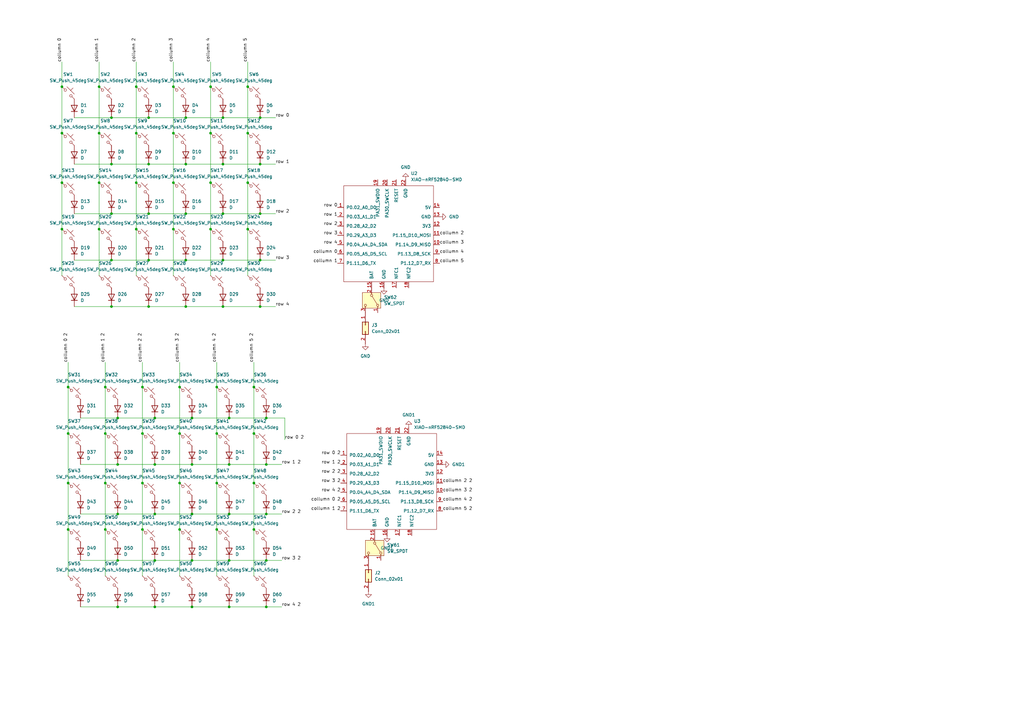
<source format=kicad_sch>
(kicad_sch (version 20250114) (generator "eeschema") (generator_version "9.0")
  (paper "A3")
  (junction (at 71.12 74.93))
  (junction (at 109.22 190.5))
  (junction (at 43.18 198.12))
  (junction (at 73.66 158.75))
  (junction (at 45.72 106.68))
  (junction (at 76.2 87.63))
  (junction (at 78.74 248.92))
  (junction (at 63.5 229.87))
  (junction (at 43.18 158.75))
  (junction (at 93.98 171.45))
  (junction (at 43.18 177.8))
  (junction (at 25.4 54.61))
  (junction (at 27.94 158.75))
  (junction (at 71.12 54.61))
  (junction (at 71.12 93.98))
  (junction (at 91.44 67.31))
  (junction (at 40.64 35.56))
  (junction (at 55.88 93.98))
  (junction (at 104.14 177.8))
  (junction (at 58.42 158.75))
  (junction (at 58.42 217.17))
  (junction (at 76.2 67.31))
  (junction (at 86.36 35.56))
  (junction (at 60.96 106.68))
  (junction (at 63.5 190.5))
  (junction (at 88.9 158.75))
  (junction (at 63.5 171.45))
  (junction (at 71.12 35.56))
  (junction (at 86.36 54.61))
  (junction (at 43.18 217.17))
  (junction (at 55.88 35.56))
  (junction (at 76.2 48.26))
  (junction (at 101.6 74.93))
  (junction (at 27.94 217.17))
  (junction (at 101.6 54.61))
  (junction (at 104.14 198.12))
  (junction (at 48.26 248.92))
  (junction (at 55.88 54.61))
  (junction (at 55.88 74.93))
  (junction (at 101.6 35.56))
  (junction (at 27.94 198.12))
  (junction (at 86.36 93.98))
  (junction (at 109.22 171.45))
  (junction (at 45.72 67.31))
  (junction (at 63.5 248.92))
  (junction (at 48.26 210.82))
  (junction (at 25.4 35.56))
  (junction (at 109.22 229.87))
  (junction (at 60.96 67.31))
  (junction (at 91.44 106.68))
  (junction (at 93.98 248.92))
  (junction (at 78.74 171.45))
  (junction (at 58.42 198.12))
  (junction (at 106.68 106.68))
  (junction (at 93.98 190.5))
  (junction (at 40.64 93.98))
  (junction (at 48.26 171.45))
  (junction (at 60.96 125.73))
  (junction (at 27.94 177.8))
  (junction (at 40.64 54.61))
  (junction (at 91.44 87.63))
  (junction (at 48.26 229.87))
  (junction (at 88.9 177.8))
  (junction (at 104.14 217.17))
  (junction (at 73.66 198.12))
  (junction (at 106.68 67.31))
  (junction (at 88.9 198.12))
  (junction (at 109.22 210.82))
  (junction (at 76.2 125.73))
  (junction (at 58.42 177.8))
  (junction (at 106.68 87.63))
  (junction (at 60.96 48.26))
  (junction (at 76.2 106.68))
  (junction (at 106.68 125.73))
  (junction (at 63.5 210.82))
  (junction (at 25.4 74.93))
  (junction (at 73.66 177.8))
  (junction (at 86.36 74.93))
  (junction (at 91.44 125.73))
  (junction (at 104.14 158.75))
  (junction (at 78.74 190.5))
  (junction (at 78.74 229.87))
  (junction (at 73.66 217.17))
  (junction (at 93.98 229.87))
  (junction (at 109.22 248.92))
  (junction (at 93.98 210.82))
  (junction (at 40.64 74.93))
  (junction (at 25.4 93.98))
  (junction (at 78.74 210.82))
  (junction (at 48.26 190.5))
  (junction (at 101.6 93.98))
  (junction (at 91.44 48.26))
  (junction (at 45.72 48.26))
  (junction (at 106.68 48.26))
  (junction (at 88.9 217.17))
  (junction (at 45.72 87.63))
  (junction (at 45.72 125.73))
  (junction (at 60.96 87.63))
  (wire (pts (xy 88.9 177.8) (xy 88.9 198.12)))
  (wire (pts (xy 76.2 87.63) (xy 91.44 87.63)))
  (wire (pts (xy 48.26 229.87) (xy 63.5 229.87)))
  (wire (pts (xy 113.03 67.31) (xy 106.68 67.31)))
  (wire (pts (xy 104.14 217.17) (xy 104.14 236.22)))
  (wire (pts (xy 27.94 217.17) (xy 27.94 236.22)))
  (wire (pts (xy 60.96 87.63) (xy 76.2 87.63)))
  (wire (pts (xy 78.74 210.82) (xy 93.98 210.82)))
  (wire (pts (xy 88.9 198.12) (xy 88.9 217.17)))
  (wire (pts (xy 33.02 210.82) (xy 48.26 210.82)))
  (wire (pts (xy 45.72 125.73) (xy 60.96 125.73)))
  (wire (pts (xy 73.66 217.17) (xy 73.66 236.22)))
  (wire (pts (xy 55.88 35.56) (xy 55.88 54.61)))
  (wire (pts (xy 113.03 106.68) (xy 106.68 106.68)))
  (wire (pts (xy 25.4 25.4) (xy 25.4 35.56)))
  (wire (pts (xy 101.6 74.93) (xy 101.6 93.98)))
  (wire (pts (xy 104.14 198.12) (xy 104.14 217.17)))
  (wire (pts (xy 106.68 125.73) (xy 113.03 125.73)))
  (wire (pts (xy 91.44 106.68) (xy 106.68 106.68)))
  (wire (pts (xy 30.48 87.63) (xy 45.72 87.63)))
  (wire (pts (xy 106.68 48.26) (xy 113.03 48.26)))
  (wire (pts (xy 55.88 25.4) (xy 55.88 35.56)))
  (wire (pts (xy 116.84 180.34) (xy 116.84 171.45)))
  (wire (pts (xy 27.94 177.8) (xy 27.94 198.12)))
  (wire (pts (xy 27.94 158.75) (xy 27.94 177.8)))
  (wire (pts (xy 115.57 210.82) (xy 109.22 210.82)))
  (wire (pts (xy 58.42 177.8) (xy 58.42 198.12)))
  (wire (pts (xy 60.96 67.31) (xy 76.2 67.31)))
  (wire (pts (xy 33.02 171.45) (xy 48.26 171.45)))
  (wire (pts (xy 93.98 210.82) (xy 109.22 210.82)))
  (wire (pts (xy 30.48 48.26) (xy 45.72 48.26)))
  (wire (pts (xy 40.64 25.4) (xy 40.64 35.56)))
  (wire (pts (xy 101.6 25.4) (xy 101.6 35.56)))
  (wire (pts (xy 63.5 210.82) (xy 78.74 210.82)))
  (wire (pts (xy 78.74 190.5) (xy 93.98 190.5)))
  (wire (pts (xy 76.2 67.31) (xy 91.44 67.31)))
  (wire (pts (xy 86.36 25.4) (xy 86.36 35.56)))
  (wire (pts (xy 30.48 106.68) (xy 45.72 106.68)))
  (wire (pts (xy 43.18 158.75) (xy 43.18 177.8)))
  (wire (pts (xy 73.66 177.8) (xy 73.66 198.12)))
  (wire (pts (xy 78.74 229.87) (xy 93.98 229.87)))
  (wire (pts (xy 71.12 25.4) (xy 71.12 35.56)))
  (wire (pts (xy 78.74 171.45) (xy 93.98 171.45)))
  (wire (pts (xy 58.42 217.17) (xy 58.42 236.22)))
  (wire (pts (xy 73.66 158.75) (xy 73.66 177.8)))
  (wire (pts (xy 115.57 190.5) (xy 109.22 190.5)))
  (wire (pts (xy 76.2 125.73) (xy 91.44 125.73)))
  (wire (pts (xy 43.18 177.8) (xy 43.18 198.12)))
  (wire (pts (xy 58.42 148.59) (xy 58.42 158.75)))
  (wire (pts (xy 40.64 35.56) (xy 40.64 54.61)))
  (wire (pts (xy 78.74 248.92) (xy 93.98 248.92)))
  (wire (pts (xy 63.5 229.87) (xy 78.74 229.87)))
  (wire (pts (xy 71.12 74.93) (xy 71.12 93.98)))
  (wire (pts (xy 86.36 35.56) (xy 86.36 54.61)))
  (wire (pts (xy 30.48 67.31) (xy 45.72 67.31)))
  (wire (pts (xy 73.66 148.59) (xy 73.66 158.75)))
  (wire (pts (xy 116.84 171.45) (xy 109.22 171.45)))
  (wire (pts (xy 63.5 248.92) (xy 78.74 248.92)))
  (wire (pts (xy 91.44 125.73) (xy 106.68 125.73)))
  (wire (pts (xy 91.44 87.63) (xy 106.68 87.63)))
  (wire (pts (xy 104.14 177.8) (xy 104.14 198.12)))
  (wire (pts (xy 33.02 190.5) (xy 48.26 190.5)))
  (wire (pts (xy 25.4 35.56) (xy 25.4 54.61)))
  (wire (pts (xy 43.18 148.59) (xy 43.18 158.75)))
  (wire (pts (xy 55.88 74.93) (xy 55.88 93.98)))
  (wire (pts (xy 63.5 190.5) (xy 78.74 190.5)))
  (wire (pts (xy 88.9 158.75) (xy 88.9 177.8)))
  (wire (pts (xy 86.36 93.98) (xy 86.36 113.03)))
  (wire (pts (xy 109.22 248.92) (xy 115.57 248.92)))
  (wire (pts (xy 93.98 229.87) (xy 109.22 229.87)))
  (wire (pts (xy 71.12 35.56) (xy 71.12 54.61)))
  (wire (pts (xy 101.6 54.61) (xy 101.6 74.93)))
  (wire (pts (xy 88.9 217.17) (xy 88.9 236.22)))
  (wire (pts (xy 27.94 198.12) (xy 27.94 217.17)))
  (wire (pts (xy 58.42 158.75) (xy 58.42 177.8)))
  (wire (pts (xy 58.42 198.12) (xy 58.42 217.17)))
  (wire (pts (xy 55.88 54.61) (xy 55.88 74.93)))
  (wire (pts (xy 76.2 106.68) (xy 91.44 106.68)))
  (wire (pts (xy 60.96 125.73) (xy 76.2 125.73)))
  (wire (pts (xy 45.72 87.63) (xy 60.96 87.63)))
  (wire (pts (xy 40.64 54.61) (xy 40.64 74.93)))
  (wire (pts (xy 71.12 54.61) (xy 71.12 74.93)))
  (wire (pts (xy 45.72 106.68) (xy 60.96 106.68)))
  (wire (pts (xy 55.88 93.98) (xy 55.88 113.03)))
  (wire (pts (xy 48.26 190.5) (xy 63.5 190.5)))
  (wire (pts (xy 27.94 148.59) (xy 27.94 158.75)))
  (wire (pts (xy 60.96 106.68) (xy 76.2 106.68)))
  (wire (pts (xy 43.18 217.17) (xy 43.18 236.22)))
  (wire (pts (xy 104.14 158.75) (xy 104.14 177.8)))
  (wire (pts (xy 86.36 74.93) (xy 86.36 93.98)))
  (wire (pts (xy 40.64 74.93) (xy 40.64 93.98)))
  (wire (pts (xy 91.44 67.31) (xy 106.68 67.31)))
  (wire (pts (xy 25.4 93.98) (xy 25.4 113.03)))
  (wire (pts (xy 63.5 171.45) (xy 78.74 171.45)))
  (wire (pts (xy 91.44 48.26) (xy 106.68 48.26)))
  (wire (pts (xy 88.9 148.59) (xy 88.9 158.75)))
  (wire (pts (xy 25.4 74.93) (xy 25.4 93.98)))
  (wire (pts (xy 48.26 171.45) (xy 63.5 171.45)))
  (wire (pts (xy 48.26 248.92) (xy 63.5 248.92)))
  (wire (pts (xy 101.6 93.98) (xy 101.6 113.03)))
  (wire (pts (xy 45.72 67.31) (xy 60.96 67.31)))
  (wire (pts (xy 48.26 210.82) (xy 63.5 210.82)))
  (wire (pts (xy 30.48 125.73) (xy 45.72 125.73)))
  (wire (pts (xy 25.4 54.61) (xy 25.4 74.93)))
  (wire (pts (xy 33.02 248.92) (xy 48.26 248.92)))
  (wire (pts (xy 104.14 148.59) (xy 104.14 158.75)))
  (wire (pts (xy 86.36 54.61) (xy 86.36 74.93)))
  (wire (pts (xy 93.98 171.45) (xy 109.22 171.45)))
  (wire (pts (xy 93.98 190.5) (xy 109.22 190.5)))
  (wire (pts (xy 40.64 93.98) (xy 40.64 113.03)))
  (wire (pts (xy 43.18 198.12) (xy 43.18 217.17)))
  (wire (pts (xy 76.2 48.26) (xy 91.44 48.26)))
  (wire (pts (xy 71.12 93.98) (xy 71.12 113.03)))
  (wire (pts (xy 73.66 198.12) (xy 73.66 217.17)))
  (wire (pts (xy 45.72 48.26) (xy 60.96 48.26)))
  (wire (pts (xy 113.03 87.63) (xy 106.68 87.63)))
  (wire (pts (xy 115.57 229.87) (xy 109.22 229.87)))
  (wire (pts (xy 60.96 48.26) (xy 76.2 48.26)))
  (wire (pts (xy 101.6 35.56) (xy 101.6 54.61)))
  (wire (pts (xy 93.98 248.92) (xy 109.22 248.92)))
  (wire (pts (xy 33.02 229.87) (xy 48.26 229.87)))
  (label "collumn 5 2" (at 104.14 148.59 90))
  (label "row 0 2" (at 139.7 186.69 180))
  (label "collumn 4" (at 180.34 104.14 0))
  (label "row 0 2" (at 116.84 180.34 0))
  (label "collumn 1 2" (at 139.7 209.55 180))
  (label "collumn 2 2" (at 58.42 148.59 90))
  (label "collumn 1" (at 40.64 25.4 90))
  (label "row 3 2" (at 115.57 229.87 0))
  (label "collumn 5 2" (at 181.61 209.55 0))
  (label "collumn 3" (at 71.12 25.4 90))
  (label "collumn 4" (at 86.36 25.4 90))
  (label "row 3" (at 113.03 106.68 0))
  (label "collumn 1" (at 138.43 107.95 180))
  (label "row 4" (at 138.43 100.33 180))
  (label "row 0" (at 138.43 85.09 180))
  (label "collumn 2" (at 55.88 25.4 90))
  (label "row 4 2" (at 115.57 248.92 0))
  (label "row 3" (at 138.43 96.52 180))
  (label "collumn 5" (at 101.6 25.4 90))
  (label "row 3 2" (at 139.7 198.12 180))
  (label "collumn 4 2" (at 181.61 205.74 0))
  (label "row 4 2" (at 139.7 201.93 180))
  (label "collumn 2" (at 180.34 96.52 0))
  (label "row 0" (at 113.03 48.26 0))
  (label "collumn 1 2" (at 43.18 148.59 90))
  (label "row 2 2" (at 115.57 210.82 0))
  (label "collumn 2 2" (at 181.61 198.12 0))
  (label "row 2" (at 113.03 87.63 0))
  (label "collumn 3" (at 180.34 100.33 0))
  (label "row 2 2" (at 139.7 194.31 180))
  (label "row 1 2" (at 139.7 190.5 180))
  (label "collumn 0 2" (at 139.7 205.74 180))
  (label "collumn 0" (at 138.43 104.14 180))
  (label "collumn 4 2" (at 88.9 148.59 90))
  (label "row 2" (at 138.43 92.71 180))
  (label "collumn 0" (at 25.4 25.4 90))
  (label "row 1" (at 138.43 88.9 180))
  (label "collumn 5" (at 180.34 107.95 0))
  (label "row 1" (at 113.03 67.31 0))
  (label "collumn 3 2" (at 73.66 148.59 90))
  (label "collumn 3 2" (at 181.61 201.93 0))
  (label "row 4" (at 113.03 125.73 0))
  (label "row 1 2" (at 115.57 190.5 0))
  (label "collumn 0 2" (at 27.94 148.59 90))
  (symbol (lib_id "Switch:SW_Push_45deg") (at 91.44 200.66 0) (unit 1)
    (property "Reference" "SW47" (at 91.44 193.04 0))
    (property "Value" "SW_Push_45deg" (at 91.44 195.58 0))
    (property "Footprint" "ScottoKeebs_Hotswap:Hotswap_Choc_V1_1.00u" (effects (hide yes)))
    (property "Description" "Push button switch, normally open, two pins, 45° tilted" (effects (hide yes)))
  )
  (symbol (lib_id "Switch:SW_Push_45deg") (at 45.72 200.66 0) (unit 1)
    (property "Reference" "SW44" (at 45.72 193.04 0))
    (property "Value" "SW_Push_45deg" (at 45.72 195.58 0))
    (property "Footprint" "ScottoKeebs_Hotswap:Hotswap_Choc_V1_1.00u" (effects (hide yes)))
    (property "Description" "Push button switch, normally open, two pins, 45° tilted" (effects (hide yes)))
  )
  (symbol (lib_id "Seeed_Studio_XIAO_Series:XIAO-nRF52840-SMD") (at 161.29 198.12 0) (unit 1)
    (property "Reference" "U3" (at 169.7833 172.72 0) (effects (justify left)))
    (property "Value" "XIAO-nRF52840-SMD" (at 169.7833 175.26 0) (effects (justify left)))
    (property "Footprint" "XIAO-:XIAO-nRF52840-SMD" (effects (hide yes)))
  )
  (symbol (lib_id "Switch:SW_Push_45deg") (at 27.94 57.15 0) (unit 1)
    (property "Reference" "SW7" (at 27.94 49.53 0))
    (property "Value" "SW_Push_45deg" (at 27.94 52.07 0))
    (property "Footprint" "ScottoKeebs_Hotswap:Hotswap_Choc_V1_1.00u" (effects (hide yes)))
    (property "Description" "Push button switch, normally open, two pins, 45° tilted" (effects (hide yes)))
  )
  (symbol (lib_id "Switch:SW_Push_45deg") (at 76.2 219.71 0) (unit 1)
    (property "Reference" "SW52" (at 76.2 212.09 0))
    (property "Value" "SW_Push_45deg" (at 76.2 214.63 0))
    (property "Footprint" "ScottoKeebs_Hotswap:Hotswap_Choc_V1_1.00u" (effects (hide yes)))
    (property "Description" "Push button switch, normally open, two pins, 45° tilted" (effects (hide yes)))
  )
  (symbol (lib_id "Switch:SW_Push_45deg") (at 60.96 200.66 0) (unit 1)
    (property "Reference" "SW45" (at 60.96 193.04 0))
    (property "Value" "SW_Push_45deg" (at 60.96 195.58 0))
    (property "Footprint" "ScottoKeebs_Hotswap:Hotswap_Choc_V1_1.00u" (effects (hide yes)))
    (property "Description" "Push button switch, normally open, two pins, 45° tilted" (effects (hide yes)))
  )
  (symbol (lib_id "Device:D") (at 63.5 245.11 90) (unit 1)
    (property "Reference" "D57" (at 66.04 243.8399 90) (effects (justify right)))
    (property "Value" "D" (at 66.04 246.3799 90) (effects (justify right)))
    (property "Footprint" "Diode_SMD:D_SOD-123" (effects (hide yes)))
    (property "Description" "Diode" (effects (hide yes)))
    (property "Sim.Device" "D" (effects (hide yes)))
    (property "Sim.Pins" "1=K 2=A" (effects (hide yes)))
  )
  (symbol (lib_id "Device:D") (at 33.02 186.69 90) (unit 1)
    (property "Reference" "D37" (at 35.56 185.4199 90) (effects (justify right)))
    (property "Value" "D" (at 35.56 187.9599 90) (effects (justify right)))
    (property "Footprint" "Diode_SMD:D_SOD-123" (effects (hide yes)))
    (property "Description" "Diode" (effects (hide yes)))
    (property "Sim.Device" "D" (effects (hide yes)))
    (property "Sim.Pins" "1=K 2=A" (effects (hide yes)))
  )
  (symbol (lib_id "Device:D") (at 106.68 83.82 90) (unit 1)
    (property "Reference" "D18" (at 109.22 82.5499 90) (effects (justify right)))
    (property "Value" "D" (at 109.22 85.0899 90) (effects (justify right)))
    (property "Footprint" "Diode_SMD:D_SOD-123" (effects (hide yes)))
    (property "Description" "Diode" (effects (hide yes)))
    (property "Sim.Device" "D" (effects (hide yes)))
    (property "Sim.Pins" "1=K 2=A" (effects (hide yes)))
  )
  (symbol (lib_id "Switch:SW_Push_45deg") (at 106.68 180.34 0) (unit 1)
    (property "Reference" "SW42" (at 106.68 172.72 0))
    (property "Value" "SW_Push_45deg" (at 106.68 175.26 0))
    (property "Footprint" "ScottoKeebs_Hotswap:Hotswap_Choc_V1_1.00u" (effects (hide yes)))
    (property "Description" "Push button switch, normally open, two pins, 45° tilted" (effects (hide yes)))
  )
  (symbol (lib_id "Device:D") (at 30.48 44.45 90) (unit 1)
    (property "Reference" "D1" (at 33.02 43.1799 90) (effects (justify right)))
    (property "Value" "D" (at 33.02 45.7199 90) (effects (justify right)))
    (property "Footprint" "Diode_SMD:D_SOD-123" (effects (hide yes)))
    (property "Description" "Diode" (effects (hide yes)))
    (property "Sim.Device" "D" (effects (hide yes)))
    (property "Sim.Pins" "1=K 2=A" (effects (hide yes)))
  )
  (symbol (lib_id "Device:D") (at 76.2 44.45 90) (unit 1)
    (property "Reference" "D4" (at 78.74 43.1799 90) (effects (justify right)))
    (property "Value" "D" (at 78.74 45.7199 90) (effects (justify right)))
    (property "Footprint" "Diode_SMD:D_SOD-123" (effects (hide yes)))
    (property "Description" "Diode" (effects (hide yes)))
    (property "Sim.Device" "D" (effects (hide yes)))
    (property "Sim.Pins" "1=K 2=A" (effects (hide yes)))
  )
  (symbol (lib_id "Device:D") (at 48.26 167.64 90) (unit 1)
    (property "Reference" "D32" (at 50.8 166.3699 90) (effects (justify right)))
    (property "Value" "D" (at 50.8 168.9099 90) (effects (justify right)))
    (property "Footprint" "Diode_SMD:D_SOD-123" (effects (hide yes)))
    (property "Description" "Diode" (effects (hide yes)))
    (property "Sim.Device" "D" (effects (hide yes)))
    (property "Sim.Pins" "1=K 2=A" (effects (hide yes)))
  )
  (symbol (lib_id "Switch:SW_Push_45deg") (at 58.42 57.15 0) (unit 1)
    (property "Reference" "SW9" (at 58.42 49.53 0))
    (property "Value" "SW_Push_45deg" (at 58.42 52.07 0))
    (property "Footprint" "ScottoKeebs_Hotswap:Hotswap_Choc_V1_1.00u" (effects (hide yes)))
    (property "Description" "Push button switch, normally open, two pins, 45° tilted" (effects (hide yes)))
  )
  (symbol (lib_id "Switch:SW_Push_45deg") (at 88.9 77.47 0) (unit 1)
    (property "Reference" "SW17" (at 88.9 69.85 0))
    (property "Value" "SW_Push_45deg" (at 88.9 72.39 0))
    (property "Footprint" "ScottoKeebs_Hotswap:Hotswap_Choc_V1_1.00u" (effects (hide yes)))
    (property "Description" "Push button switch, normally open, two pins, 45° tilted" (effects (hide yes)))
  )
  (symbol (lib_id "Device:D") (at 45.72 63.5 90) (unit 1)
    (property "Reference" "D8" (at 48.26 62.2299 90) (effects (justify right)))
    (property "Value" "D" (at 48.26 64.7699 90) (effects (justify right)))
    (property "Footprint" "Diode_SMD:D_SOD-123" (effects (hide yes)))
    (property "Description" "Diode" (effects (hide yes)))
    (property "Sim.Device" "D" (effects (hide yes)))
    (property "Sim.Pins" "1=K 2=A" (effects (hide yes)))
  )
  (symbol (lib_id "Switch:SW_Push_45deg") (at 104.14 115.57 0) (unit 1)
    (property "Reference" "SW30" (at 104.14 107.95 0))
    (property "Value" "SW_Push_45deg" (at 104.14 110.49 0))
    (property "Footprint" "ScottoKeebs_Hotswap:Hotswap_Choc_V1_1.00u" (effects (hide yes)))
    (property "Description" "Push button switch, normally open, two pins, 45° tilted" (effects (hide yes)))
  )
  (symbol (lib_id "Device:D") (at 109.22 245.11 90) (unit 1)
    (property "Reference" "D60" (at 111.76 243.8399 90) (effects (justify right)))
    (property "Value" "D" (at 111.76 246.3799 90) (effects (justify right)))
    (property "Footprint" "Diode_SMD:D_SOD-123" (effects (hide yes)))
    (property "Description" "Diode" (effects (hide yes)))
    (property "Sim.Device" "D" (effects (hide yes)))
    (property "Sim.Pins" "1=K 2=A" (effects (hide yes)))
  )
  (symbol (lib_id "Device:D") (at 76.2 102.87 90) (unit 1)
    (property "Reference" "D22" (at 78.74 101.5999 90) (effects (justify right)))
    (property "Value" "D" (at 78.74 104.1399 90) (effects (justify right)))
    (property "Footprint" "Diode_SMD:D_SOD-123" (effects (hide yes)))
    (property "Description" "Diode" (effects (hide yes)))
    (property "Sim.Device" "D" (effects (hide yes)))
    (property "Sim.Pins" "1=K 2=A" (effects (hide yes)))
  )
  (symbol (lib_id "Switch:SW_Push_45deg") (at 30.48 219.71 0) (unit 1)
    (property "Reference" "SW49" (at 30.48 212.09 0))
    (property "Value" "SW_Push_45deg" (at 30.48 214.63 0))
    (property "Footprint" "ScottoKeebs_Hotswap:Hotswap_Choc_V1_1.00u" (effects (hide yes)))
    (property "Description" "Push button switch, normally open, two pins, 45° tilted" (effects (hide yes)))
  )
  (symbol (lib_id "Switch:SW_Push_45deg") (at 88.9 38.1 0) (unit 1)
    (property "Reference" "SW5" (at 88.9 30.48 0))
    (property "Value" "SW_Push_45deg" (at 88.9 33.02 0))
    (property "Footprint" "ScottoKeebs_Hotswap:Hotswap_Choc_V1_1.00u" (effects (hide yes)))
    (property "Description" "Push button switch, normally open, two pins, 45° tilted" (effects (hide yes)))
  )
  (symbol (lib_id "Device:D") (at 78.74 167.64 90) (unit 1)
    (property "Reference" "D34" (at 81.28 166.3699 90) (effects (justify right)))
    (property "Value" "D" (at 81.28 168.9099 90) (effects (justify right)))
    (property "Footprint" "Diode_SMD:D_SOD-123" (effects (hide yes)))
    (property "Description" "Diode" (effects (hide yes)))
    (property "Sim.Device" "D" (effects (hide yes)))
    (property "Sim.Pins" "1=K 2=A" (effects (hide yes)))
  )
  (symbol (lib_id "Switch:SW_Push_45deg") (at 76.2 238.76 0) (unit 1)
    (property "Reference" "SW58" (at 76.2 231.14 0))
    (property "Value" "SW_Push_45deg" (at 76.2 233.68 0))
    (property "Footprint" "ScottoKeebs_Hotswap:Hotswap_Choc_V1_1.00u" (effects (hide yes)))
    (property "Description" "Push button switch, normally open, two pins, 45° tilted" (effects (hide yes)))
  )
  (symbol (lib_id "Device:D") (at 78.74 245.11 90) (unit 1)
    (property "Reference" "D58" (at 81.28 243.8399 90) (effects (justify right)))
    (property "Value" "D" (at 81.28 246.3799 90) (effects (justify right)))
    (property "Footprint" "Diode_SMD:D_SOD-123" (effects (hide yes)))
    (property "Description" "Diode" (effects (hide yes)))
    (property "Sim.Device" "D" (effects (hide yes)))
    (property "Sim.Pins" "1=K 2=A" (effects (hide yes)))
  )
  (symbol (lib_id "Switch:SW_Push_45deg") (at 60.96 161.29 0) (unit 1)
    (property "Reference" "SW33" (at 60.96 153.67 0))
    (property "Value" "SW_Push_45deg" (at 60.96 156.21 0))
    (property "Footprint" "ScottoKeebs_Hotswap:Hotswap_Choc_V1_1.00u" (effects (hide yes)))
    (property "Description" "Push button switch, normally open, two pins, 45° tilted" (effects (hide yes)))
  )
  (symbol (lib_id "Device:D") (at 63.5 167.64 90) (unit 1)
    (property "Reference" "D33" (at 66.04 166.3699 90) (effects (justify right)))
    (property "Value" "D" (at 66.04 168.9099 90) (effects (justify right)))
    (property "Footprint" "Diode_SMD:D_SOD-123" (effects (hide yes)))
    (property "Description" "Diode" (effects (hide yes)))
    (property "Sim.Device" "D" (effects (hide yes)))
    (property "Sim.Pins" "1=K 2=A" (effects (hide yes)))
  )
  (symbol (lib_id "Switch:SW_Push_45deg") (at 76.2 161.29 0) (unit 1)
    (property "Reference" "SW34" (at 76.2 153.67 0))
    (property "Value" "SW_Push_45deg" (at 76.2 156.21 0))
    (property "Footprint" "ScottoKeebs_Hotswap:Hotswap_Choc_V1_1.00u" (effects (hide yes)))
    (property "Description" "Push button switch, normally open, two pins, 45° tilted" (effects (hide yes)))
  )
  (symbol (lib_id "Switch:SW_Push_45deg") (at 43.18 115.57 0) (unit 1)
    (property "Reference" "SW26" (at 43.18 107.95 0))
    (property "Value" "SW_Push_45deg" (at 43.18 110.49 0))
    (property "Footprint" "ScottoKeebs_Hotswap:Hotswap_Choc_V1_1.00u" (effects (hide yes)))
    (property "Description" "Push button switch, normally open, two pins, 45° tilted" (effects (hide yes)))
  )
  (symbol (lib_id "Device:D") (at 106.68 63.5 90) (unit 1)
    (property "Reference" "D12" (at 109.22 62.2299 90) (effects (justify right)))
    (property "Value" "D" (at 109.22 64.7699 90) (effects (justify right)))
    (property "Footprint" "Diode_SMD:D_SOD-123" (effects (hide yes)))
    (property "Description" "Diode" (effects (hide yes)))
    (property "Sim.Device" "D" (effects (hide yes)))
    (property "Sim.Pins" "1=K 2=A" (effects (hide yes)))
  )
  (symbol (lib_id "Device:D") (at 91.44 83.82 90) (unit 1)
    (property "Reference" "D17" (at 93.98 82.5499 90) (effects (justify right)))
    (property "Value" "D" (at 93.98 85.0899 90) (effects (justify right)))
    (property "Footprint" "Diode_SMD:D_SOD-123" (effects (hide yes)))
    (property "Description" "Diode" (effects (hide yes)))
    (property "Sim.Device" "D" (effects (hide yes)))
    (property "Sim.Pins" "1=K 2=A" (effects (hide yes)))
  )
  (symbol (lib_id "Switch:SW_Push_45deg") (at 73.66 57.15 0) (unit 1)
    (property "Reference" "SW10" (at 73.66 49.53 0))
    (property "Value" "SW_Push_45deg" (at 73.66 52.07 0))
    (property "Footprint" "ScottoKeebs_Hotswap:Hotswap_Choc_V1_1.00u" (effects (hide yes)))
    (property "Description" "Push button switch, normally open, two pins, 45° tilted" (effects (hide yes)))
  )
  (symbol (lib_id "Switch:SW_Push_45deg") (at 106.68 238.76 0) (unit 1)
    (property "Reference" "SW60" (at 106.68 231.14 0))
    (property "Value" "SW_Push_45deg" (at 106.68 233.68 0))
    (property "Footprint" "ScottoKeebs_Hotswap:Hotswap_Choc_V1_1.00u" (effects (hide yes)))
    (property "Description" "Push button switch, normally open, two pins, 45° tilted" (effects (hide yes)))
  )
  (symbol (lib_id "Device:D") (at 48.26 186.69 90) (unit 1)
    (property "Reference" "D38" (at 50.8 185.4199 90) (effects (justify right)))
    (property "Value" "D" (at 50.8 187.9599 90) (effects (justify right)))
    (property "Footprint" "Diode_SMD:D_SOD-123" (effects (hide yes)))
    (property "Description" "Diode" (effects (hide yes)))
    (property "Sim.Device" "D" (effects (hide yes)))
    (property "Sim.Pins" "1=K 2=A" (effects (hide yes)))
  )
  (symbol (lib_id "Switch:SW_Push_45deg") (at 104.14 57.15 0) (unit 1)
    (property "Reference" "SW12" (at 104.14 49.53 0))
    (property "Value" "SW_Push_45deg" (at 104.14 52.07 0))
    (property "Footprint" "ScottoKeebs_Hotswap:Hotswap_Choc_V1_1.00u" (effects (hide yes)))
    (property "Description" "Push button switch, normally open, two pins, 45° tilted" (effects (hide yes)))
  )
  (symbol (lib_id "Device:D") (at 33.02 207.01 90) (unit 1)
    (property "Reference" "D43" (at 35.56 205.7399 90) (effects (justify right)))
    (property "Value" "D" (at 35.56 208.2799 90) (effects (justify right)))
    (property "Footprint" "Diode_SMD:D_SOD-123" (effects (hide yes)))
    (property "Description" "Diode" (effects (hide yes)))
    (property "Sim.Device" "D" (effects (hide yes)))
    (property "Sim.Pins" "1=K 2=A" (effects (hide yes)))
  )
  (symbol (lib_id "Device:D") (at 106.68 121.92 90) (unit 1)
    (property "Reference" "D30" (at 109.22 120.6499 90) (effects (justify right)))
    (property "Value" "D" (at 109.22 123.1899 90) (effects (justify right)))
    (property "Footprint" "Diode_SMD:D_SOD-123" (effects (hide yes)))
    (property "Description" "Diode" (effects (hide yes)))
    (property "Sim.Device" "D" (effects (hide yes)))
    (property "Sim.Pins" "1=K 2=A" (effects (hide yes)))
  )
  (symbol (lib_id "Device:D") (at 60.96 83.82 90) (unit 1)
    (property "Reference" "D15" (at 63.5 82.5499 90) (effects (justify right)))
    (property "Value" "D" (at 63.5 85.0899 90) (effects (justify right)))
    (property "Footprint" "Diode_SMD:D_SOD-123" (effects (hide yes)))
    (property "Description" "Diode" (effects (hide yes)))
    (property "Sim.Device" "D" (effects (hide yes)))
    (property "Sim.Pins" "1=K 2=A" (effects (hide yes)))
  )
  (symbol (lib_id "Switch:SW_Push_45deg") (at 91.44 180.34 0) (unit 1)
    (property "Reference" "SW41" (at 91.44 172.72 0))
    (property "Value" "SW_Push_45deg" (at 91.44 175.26 0))
    (property "Footprint" "ScottoKeebs_Hotswap:Hotswap_Choc_V1_1.00u" (effects (hide yes)))
    (property "Description" "Push button switch, normally open, two pins, 45° tilted" (effects (hide yes)))
  )
  (symbol (lib_id "Switch:SW_Push_45deg") (at 106.68 200.66 0) (unit 1)
    (property "Reference" "SW48" (at 106.68 193.04 0))
    (property "Value" "SW_Push_45deg" (at 106.68 195.58 0))
    (property "Footprint" "ScottoKeebs_Hotswap:Hotswap_Choc_V1_1.00u" (effects (hide yes)))
    (property "Description" "Push button switch, normally open, two pins, 45° tilted" (effects (hide yes)))
  )
  (symbol (lib_id "Switch:SW_Push_45deg") (at 91.44 161.29 0) (unit 1)
    (property "Reference" "SW35" (at 91.44 153.67 0))
    (property "Value" "SW_Push_45deg" (at 91.44 156.21 0))
    (property "Footprint" "ScottoKeebs_Hotswap:Hotswap_Choc_V1_1.00u" (effects (hide yes)))
    (property "Description" "Push button switch, normally open, two pins, 45° tilted" (effects (hide yes)))
  )
  (symbol (lib_id "Device:D") (at 33.02 167.64 90) (unit 1)
    (property "Reference" "D31" (at 35.56 166.3699 90) (effects (justify right)))
    (property "Value" "D" (at 35.56 168.9099 90) (effects (justify right)))
    (property "Footprint" "Diode_SMD:D_SOD-123" (effects (hide yes)))
    (property "Description" "Diode" (effects (hide yes)))
    (property "Sim.Device" "D" (effects (hide yes)))
    (property "Sim.Pins" "1=K 2=A" (effects (hide yes)))
  )
  (symbol (lib_id "Device:D") (at 93.98 186.69 90) (unit 1)
    (property "Reference" "D41" (at 96.52 185.4199 90) (effects (justify right)))
    (property "Value" "D" (at 96.52 187.9599 90) (effects (justify right)))
    (property "Footprint" "Diode_SMD:D_SOD-123" (effects (hide yes)))
    (property "Description" "Diode" (effects (hide yes)))
    (property "Sim.Device" "D" (effects (hide yes)))
    (property "Sim.Pins" "1=K 2=A" (effects (hide yes)))
  )
  (symbol (lib_id "Device:D") (at 91.44 44.45 90) (unit 1)
    (property "Reference" "D5" (at 93.98 43.1799 90) (effects (justify right)))
    (property "Value" "D" (at 93.98 45.7199 90) (effects (justify right)))
    (property "Footprint" "Diode_SMD:D_SOD-123" (effects (hide yes)))
    (property "Description" "Diode" (effects (hide yes)))
    (property "Sim.Device" "D" (effects (hide yes)))
    (property "Sim.Pins" "1=K 2=A" (effects (hide yes)))
  )
  (symbol (lib_id "Device:D") (at 30.48 121.92 90) (unit 1)
    (property "Reference" "D25" (at 33.02 120.6499 90) (effects (justify right)))
    (property "Value" "D" (at 33.02 123.1899 90) (effects (justify right)))
    (property "Footprint" "Diode_SMD:D_SOD-123" (effects (hide yes)))
    (property "Description" "Diode" (effects (hide yes)))
    (property "Sim.Device" "D" (effects (hide yes)))
    (property "Sim.Pins" "1=K 2=A" (effects (hide yes)))
  )
  (symbol (lib_id "Switch:SW_Push_45deg") (at 27.94 38.1 0) (unit 1)
    (property "Reference" "SW1" (at 27.94 30.48 0))
    (property "Value" "SW_Push_45deg" (at 27.94 33.02 0))
    (property "Footprint" "ScottoKeebs_Hotswap:Hotswap_Choc_V1_1.00u" (effects (hide yes)))
    (property "Description" "Push button switch, normally open, two pins, 45° tilted" (effects (hide yes)))
  )
  (symbol (lib_id "Device:D") (at 45.72 83.82 90) (unit 1)
    (property "Reference" "D14" (at 48.26 82.5499 90) (effects (justify right)))
    (property "Value" "D" (at 48.26 85.0899 90) (effects (justify right)))
    (property "Footprint" "Diode_SMD:D_SOD-123" (effects (hide yes)))
    (property "Description" "Diode" (effects (hide yes)))
    (property "Sim.Device" "D" (effects (hide yes)))
    (property "Sim.Pins" "1=K 2=A" (effects (hide yes)))
  )
  (symbol (lib_id "Device:D") (at 30.48 102.87 90) (unit 1)
    (property "Reference" "D19" (at 33.02 101.5999 90) (effects (justify right)))
    (property "Value" "D" (at 33.02 104.1399 90) (effects (justify right)))
    (property "Footprint" "Diode_SMD:D_SOD-123" (effects (hide yes)))
    (property "Description" "Diode" (effects (hide yes)))
    (property "Sim.Device" "D" (effects (hide yes)))
    (property "Sim.Pins" "1=K 2=A" (effects (hide yes)))
  )
  (symbol (lib_id "Switch:SW_Push_45deg") (at 27.94 96.52 0) (unit 1)
    (property "Reference" "SW19" (at 27.94 88.9 0))
    (property "Value" "SW_Push_45deg" (at 27.94 91.44 0))
    (property "Footprint" "ScottoKeebs_Hotswap:Hotswap_Choc_V1_1.00u" (effects (hide yes)))
    (property "Description" "Push button switch, normally open, two pins, 45° tilted" (effects (hide yes)))
  )
  (symbol (lib_id "Switch:SW_Push_45deg") (at 60.96 238.76 0) (unit 1)
    (property "Reference" "SW57" (at 60.96 231.14 0))
    (property "Value" "SW_Push_45deg" (at 60.96 233.68 0))
    (property "Footprint" "ScottoKeebs_Hotswap:Hotswap_Choc_V1_1.00u" (effects (hide yes)))
    (property "Description" "Push button switch, normally open, two pins, 45° tilted" (effects (hide yes)))
  )
  (symbol (lib_id "Device:D") (at 60.96 121.92 90) (unit 1)
    (property "Reference" "D27" (at 63.5 120.6499 90) (effects (justify right)))
    (property "Value" "D" (at 63.5 123.1899 90) (effects (justify right)))
    (property "Footprint" "Diode_SMD:D_SOD-123" (effects (hide yes)))
    (property "Description" "Diode" (effects (hide yes)))
    (property "Sim.Device" "D" (effects (hide yes)))
    (property "Sim.Pins" "1=K 2=A" (effects (hide yes)))
  )
  (symbol (lib_id "Switch:SW_Push_45deg") (at 43.18 57.15 0) (unit 1)
    (property "Reference" "SW8" (at 43.18 49.53 0))
    (property "Value" "SW_Push_45deg" (at 43.18 52.07 0))
    (property "Footprint" "ScottoKeebs_Hotswap:Hotswap_Choc_V1_1.00u" (effects (hide yes)))
    (property "Description" "Push button switch, normally open, two pins, 45° tilted" (effects (hide yes)))
  )
  (symbol (lib_id "Device:D") (at 106.68 102.87 90) (unit 1)
    (property "Reference" "D24" (at 109.22 101.5999 90) (effects (justify right)))
    (property "Value" "D" (at 109.22 104.1399 90) (effects (justify right)))
    (property "Footprint" "Diode_SMD:D_SOD-123" (effects (hide yes)))
    (property "Description" "Diode" (effects (hide yes)))
    (property "Sim.Device" "D" (effects (hide yes)))
    (property "Sim.Pins" "1=K 2=A" (effects (hide yes)))
  )
  (symbol (lib_id "Device:D") (at 106.68 44.45 90) (unit 1)
    (property "Reference" "D6" (at 109.22 43.1799 90) (effects (justify right)))
    (property "Value" "D" (at 109.22 45.7199 90) (effects (justify right)))
    (property "Footprint" "Diode_SMD:D_SOD-123" (effects (hide yes)))
    (property "Description" "Diode" (effects (hide yes)))
    (property "Sim.Device" "D" (effects (hide yes)))
    (property "Sim.Pins" "1=K 2=A" (effects (hide yes)))
  )
  (symbol (lib_id "power:GND1") (at 151.13 242.57 0) (unit 1)
    (property "Reference" "#PWR03" (effects (hide yes)))
    (property "Value" "GND1" (at 151.13 247.65 0))
    (property "Description" "Power symbol creates a global label with name \"GND1\" , ground" (effects (hide yes)))
  )
  (symbol (lib_id "Device:D") (at 93.98 207.01 90) (unit 1)
    (property "Reference" "D47" (at 96.52 205.7399 90) (effects (justify right)))
    (property "Value" "D" (at 96.52 208.2799 90) (effects (justify right)))
    (property "Footprint" "Diode_SMD:D_SOD-123" (effects (hide yes)))
    (property "Description" "Diode" (effects (hide yes)))
    (property "Sim.Device" "D" (effects (hide yes)))
    (property "Sim.Pins" "1=K 2=A" (effects (hide yes)))
  )
  (symbol (lib_id "Switch:SW_Push_45deg") (at 73.66 77.47 0) (unit 1)
    (property "Reference" "SW16" (at 73.66 69.85 0))
    (property "Value" "SW_Push_45deg" (at 73.66 72.39 0))
    (property "Footprint" "ScottoKeebs_Hotswap:Hotswap_Choc_V1_1.00u" (effects (hide yes)))
    (property "Description" "Push button switch, normally open, two pins, 45° tilted" (effects (hide yes)))
  )
  (symbol (lib_id "Switch:SW_Push_45deg") (at 106.68 219.71 0) (unit 1)
    (property "Reference" "SW54" (at 106.68 212.09 0))
    (property "Value" "SW_Push_45deg" (at 106.68 214.63 0))
    (property "Footprint" "ScottoKeebs_Hotswap:Hotswap_Choc_V1_1.00u" (effects (hide yes)))
    (property "Description" "Push button switch, normally open, two pins, 45° tilted" (effects (hide yes)))
  )
  (symbol (lib_id "Device:D") (at 30.48 83.82 90) (unit 1)
    (property "Reference" "D13" (at 33.02 82.5499 90) (effects (justify right)))
    (property "Value" "D" (at 33.02 85.0899 90) (effects (justify right)))
    (property "Footprint" "Diode_SMD:D_SOD-123" (effects (hide yes)))
    (property "Description" "Diode" (effects (hide yes)))
    (property "Sim.Device" "D" (effects (hide yes)))
    (property "Sim.Pins" "1=K 2=A" (effects (hide yes)))
  )
  (symbol (lib_id "power:GND1") (at 149.86 140.97 0) (unit 1)
    (property "Reference" "#PWR05" (effects (hide yes)))
    (property "Value" "GND" (at 149.86 146.05 0))
    (property "Description" "Power symbol creates a global label with name \"GND1\" , ground" (effects (hide yes)))
  )
  (symbol (lib_id "Device:D") (at 93.98 226.06 90) (unit 1)
    (property "Reference" "D53" (at 96.52 224.7899 90) (effects (justify right)))
    (property "Value" "D" (at 96.52 227.3299 90) (effects (justify right)))
    (property "Footprint" "Diode_SMD:D_SOD-123" (effects (hide yes)))
    (property "Description" "Diode" (effects (hide yes)))
    (property "Sim.Device" "D" (effects (hide yes)))
    (property "Sim.Pins" "1=K 2=A" (effects (hide yes)))
  )
  (symbol (lib_id "Switch:SW_Push_45deg") (at 30.48 180.34 0) (unit 1)
    (property "Reference" "SW37" (at 30.48 172.72 0))
    (property "Value" "SW_Push_45deg" (at 30.48 175.26 0))
    (property "Footprint" "ScottoKeebs_Hotswap:Hotswap_Choc_V1_1.00u" (effects (hide yes)))
    (property "Description" "Push button switch, normally open, two pins, 45° tilted" (effects (hide yes)))
  )
  (symbol (lib_id "power:GND1") (at 166.37 73.66 180) (unit 1)
    (property "Reference" "#PWR07" (effects (hide yes)))
    (property "Value" "GND" (at 166.37 68.58 0))
    (property "Description" "Power symbol creates a global label with name \"GND1\" , ground" (effects (hide yes)))
  )
  (symbol (lib_id "Device:D") (at 91.44 121.92 90) (unit 1)
    (property "Reference" "D29" (at 93.98 120.6499 90) (effects (justify right)))
    (property "Value" "D" (at 93.98 123.1899 90) (effects (justify right)))
    (property "Footprint" "Diode_SMD:D_SOD-123" (effects (hide yes)))
    (property "Description" "Diode" (effects (hide yes)))
    (property "Sim.Device" "D" (effects (hide yes)))
    (property "Sim.Pins" "1=K 2=A" (effects (hide yes)))
  )
  (symbol (lib_id "Device:D") (at 63.5 226.06 90) (unit 1)
    (property "Reference" "D51" (at 66.04 224.7899 90) (effects (justify right)))
    (property "Value" "D" (at 66.04 227.3299 90) (effects (justify right)))
    (property "Footprint" "Diode_SMD:D_SOD-123" (effects (hide yes)))
    (property "Description" "Diode" (effects (hide yes)))
    (property "Sim.Device" "D" (effects (hide yes)))
    (property "Sim.Pins" "1=K 2=A" (effects (hide yes)))
  )
  (symbol (lib_id "Device:D") (at 78.74 226.06 90) (unit 1)
    (property "Reference" "D52" (at 81.28 224.7899 90) (effects (justify right)))
    (property "Value" "D" (at 81.28 227.3299 90) (effects (justify right)))
    (property "Footprint" "Diode_SMD:D_SOD-123" (effects (hide yes)))
    (property "Description" "Diode" (effects (hide yes)))
    (property "Sim.Device" "D" (effects (hide yes)))
    (property "Sim.Pins" "1=K 2=A" (effects (hide yes)))
  )
  (symbol (lib_id "Device:D") (at 60.96 102.87 90) (unit 1)
    (property "Reference" "D21" (at 63.5 101.5999 90) (effects (justify right)))
    (property "Value" "D" (at 63.5 104.1399 90) (effects (justify right)))
    (property "Footprint" "Diode_SMD:D_SOD-123" (effects (hide yes)))
    (property "Description" "Diode" (effects (hide yes)))
    (property "Sim.Device" "D" (effects (hide yes)))
    (property "Sim.Pins" "1=K 2=A" (effects (hide yes)))
  )
  (symbol (lib_id "Switch:SW_Push_45deg") (at 45.72 161.29 0) (unit 1)
    (property "Reference" "SW32" (at 45.72 153.67 0))
    (property "Value" "SW_Push_45deg" (at 45.72 156.21 0))
    (property "Footprint" "ScottoKeebs_Hotswap:Hotswap_Choc_V1_1.00u" (effects (hide yes)))
    (property "Description" "Push button switch, normally open, two pins, 45° tilted" (effects (hide yes)))
  )
  (symbol (lib_id "Switch:SW_Push_45deg") (at 27.94 77.47 0) (unit 1)
    (property "Reference" "SW13" (at 27.94 69.85 0))
    (property "Value" "SW_Push_45deg" (at 27.94 72.39 0))
    (property "Footprint" "ScottoKeebs_Hotswap:Hotswap_Choc_V1_1.00u" (effects (hide yes)))
    (property "Description" "Push button switch, normally open, two pins, 45° tilted" (effects (hide yes)))
  )
  (symbol (lib_id "Switch:SW_Push_45deg") (at 106.68 161.29 0) (unit 1)
    (property "Reference" "SW36" (at 106.68 153.67 0))
    (property "Value" "SW_Push_45deg" (at 106.68 156.21 0))
    (property "Footprint" "ScottoKeebs_Hotswap:Hotswap_Choc_V1_1.00u" (effects (hide yes)))
    (property "Description" "Push button switch, normally open, two pins, 45° tilted" (effects (hide yes)))
  )
  (symbol (lib_id "Device:D") (at 93.98 245.11 90) (unit 1)
    (property "Reference" "D59" (at 96.52 243.8399 90) (effects (justify right)))
    (property "Value" "D" (at 96.52 246.3799 90) (effects (justify right)))
    (property "Footprint" "Diode_SMD:D_SOD-123" (effects (hide yes)))
    (property "Description" "Diode" (effects (hide yes)))
    (property "Sim.Device" "D" (effects (hide yes)))
    (property "Sim.Pins" "1=K 2=A" (effects (hide yes)))
  )
  (symbol (lib_id "Device:D") (at 93.98 167.64 90) (unit 1)
    (property "Reference" "D35" (at 96.52 166.3699 90) (effects (justify right)))
    (property "Value" "D" (at 96.52 168.9099 90) (effects (justify right)))
    (property "Footprint" "Diode_SMD:D_SOD-123" (effects (hide yes)))
    (property "Description" "Diode" (effects (hide yes)))
    (property "Sim.Device" "D" (effects (hide yes)))
    (property "Sim.Pins" "1=K 2=A" (effects (hide yes)))
  )
  (symbol (lib_id "Switch:SW_Push_45deg") (at 91.44 238.76 0) (unit 1)
    (property "Reference" "SW59" (at 91.44 231.14 0))
    (property "Value" "SW_Push_45deg" (at 91.44 233.68 0))
    (property "Footprint" "ScottoKeebs_Hotswap:Hotswap_Choc_V1_1.00u" (effects (hide yes)))
    (property "Description" "Push button switch, normally open, two pins, 45° tilted" (effects (hide yes)))
  )
  (symbol (lib_id "Device:D") (at 91.44 63.5 90) (unit 1)
    (property "Reference" "D11" (at 93.98 62.2299 90) (effects (justify right)))
    (property "Value" "D" (at 93.98 64.7699 90) (effects (justify right)))
    (property "Footprint" "Diode_SMD:D_SOD-123" (effects (hide yes)))
    (property "Description" "Diode" (effects (hide yes)))
    (property "Sim.Device" "D" (effects (hide yes)))
    (property "Sim.Pins" "1=K 2=A" (effects (hide yes)))
  )
  (symbol (lib_id "Device:D") (at 109.22 226.06 90) (unit 1)
    (property "Reference" "D54" (at 111.76 224.7899 90) (effects (justify right)))
    (property "Value" "D" (at 111.76 227.3299 90) (effects (justify right)))
    (property "Footprint" "Diode_SMD:D_SOD-123" (effects (hide yes)))
    (property "Description" "Diode" (effects (hide yes)))
    (property "Sim.Device" "D" (effects (hide yes)))
    (property "Sim.Pins" "1=K 2=A" (effects (hide yes)))
  )
  (symbol (lib_id "power:GND1") (at 181.61 190.5 90) (unit 1)
    (property "Reference" "#PWR01" (effects (hide yes)))
    (property "Value" "GND1" (at 185.42 190.4999 90) (effects (justify right)))
    (property "Description" "Power symbol creates a global label with name \"GND1\" , ground" (effects (hide yes)))
  )
  (symbol (lib_id "Switch:SW_Push_45deg") (at 30.48 238.76 0) (unit 1)
    (property "Reference" "SW55" (at 30.48 231.14 0))
    (property "Value" "SW_Push_45deg" (at 30.48 233.68 0))
    (property "Footprint" "ScottoKeebs_Hotswap:Hotswap_Choc_V1_1.00u" (effects (hide yes)))
    (property "Description" "Push button switch, normally open, two pins, 45° tilted" (effects (hide yes)))
  )
  (symbol (lib_id "Connector_Generic:Conn_02x01") (at 151.13 234.95 270) (unit 1)
    (property "Reference" "J2" (at 153.67 234.9499 90) (effects (justify left)))
    (property "Value" "Conn_02x01" (at 153.67 237.4899 90) (effects (justify left)))
    (property "Footprint" "Connector_JST:JST_PH_S2B-PH-K_1x02_P2.00mm_Horizontal" (effects (hide yes)))
    (property "Description" "Generic connector, double row, 02x01, this symbol is compatible with counter-clockwise, top-bottom and odd-even numbering schemes., script generated (kicad-library-utils/schlib/autogen/connector/)" (effects (hide yes)))
  )
  (symbol (lib_id "power:GND1") (at 167.64 175.26 180) (unit 1)
    (property "Reference" "#PWR02" (effects (hide yes)))
    (property "Value" "GND1" (at 167.64 170.18 0))
    (property "Description" "Power symbol creates a global label with name \"GND1\" , ground" (effects (hide yes)))
  )
  (symbol (lib_id "Switch:SW_Push_45deg") (at 58.42 38.1 0) (unit 1)
    (property "Reference" "SW3" (at 58.42 30.48 0))
    (property "Value" "SW_Push_45deg" (at 58.42 33.02 0))
    (property "Footprint" "ScottoKeebs_Hotswap:Hotswap_Choc_V1_1.00u" (effects (hide yes)))
    (property "Description" "Push button switch, normally open, two pins, 45° tilted" (effects (hide yes)))
  )
  (symbol (lib_id "Switch:SW_Push_45deg") (at 43.18 96.52 0) (unit 1)
    (property "Reference" "SW20" (at 43.18 88.9 0))
    (property "Value" "SW_Push_45deg" (at 43.18 91.44 0))
    (property "Footprint" "ScottoKeebs_Hotswap:Hotswap_Choc_V1_1.00u" (effects (hide yes)))
    (property "Description" "Push button switch, normally open, two pins, 45° tilted" (effects (hide yes)))
  )
  (symbol (lib_id "Switch:SW_Push_45deg") (at 76.2 200.66 0) (unit 1)
    (property "Reference" "SW46" (at 76.2 193.04 0))
    (property "Value" "SW_Push_45deg" (at 76.2 195.58 0))
    (property "Footprint" "ScottoKeebs_Hotswap:Hotswap_Choc_V1_1.00u" (effects (hide yes)))
    (property "Description" "Push button switch, normally open, two pins, 45° tilted" (effects (hide yes)))
  )
  (symbol (lib_id "Switch:SW_Push_45deg") (at 27.94 115.57 0) (unit 1)
    (property "Reference" "SW25" (at 27.94 107.95 0))
    (property "Value" "SW_Push_45deg" (at 27.94 110.49 0))
    (property "Footprint" "ScottoKeebs_Hotswap:Hotswap_Choc_V1_1.00u" (effects (hide yes)))
    (property "Description" "Push button switch, normally open, two pins, 45° tilted" (effects (hide yes)))
  )
  (symbol (lib_id "Connector_Generic:Conn_02x01") (at 149.86 133.35 270) (unit 1)
    (property "Reference" "J3" (at 152.4 133.3499 90) (effects (justify left)))
    (property "Value" "Conn_02x01" (at 152.4 135.8899 90) (effects (justify left)))
    (property "Footprint" "Connector_JST:JST_PH_S2B-PH-K_1x02_P2.00mm_Horizontal" (effects (hide yes)))
    (property "Description" "Generic connector, double row, 02x01, this symbol is compatible with counter-clockwise, top-bottom and odd-even numbering schemes., script generated (kicad-library-utils/schlib/autogen/connector/)" (effects (hide yes)))
  )
  (symbol (lib_id "Device:D") (at 109.22 207.01 90) (unit 1)
    (property "Reference" "D48" (at 111.76 205.7399 90) (effects (justify right)))
    (property "Value" "D" (at 111.76 208.2799 90) (effects (justify right)))
    (property "Footprint" "Diode_SMD:D_SOD-123" (effects (hide yes)))
    (property "Description" "Diode" (effects (hide yes)))
    (property "Sim.Device" "D" (effects (hide yes)))
    (property "Sim.Pins" "1=K 2=A" (effects (hide yes)))
  )
  (symbol (lib_id "Seeed_Studio_XIAO_Series:XIAO-nRF52840-SMD") (at 160.02 96.52 0) (unit 1)
    (property "Reference" "U2" (at 168.5133 71.12 0) (effects (justify left)))
    (property "Value" "XIAO-nRF52840-SMD" (at 168.5133 73.66 0) (effects (justify left)))
    (property "Footprint" "XIAO-:XIAO-nRF52840-SMD" (effects (hide yes)))
  )
  (symbol (lib_id "Switch:SW_Push_45deg") (at 91.44 219.71 0) (unit 1)
    (property "Reference" "SW53" (at 91.44 212.09 0))
    (property "Value" "SW_Push_45deg" (at 91.44 214.63 0))
    (property "Footprint" "ScottoKeebs_Hotswap:Hotswap_Choc_V1_1.00u" (effects (hide yes)))
    (property "Description" "Push button switch, normally open, two pins, 45° tilted" (effects (hide yes)))
  )
  (symbol (lib_id "Device:D") (at 76.2 121.92 90) (unit 1)
    (property "Reference" "D28" (at 78.74 120.6499 90) (effects (justify right)))
    (property "Value" "D" (at 78.74 123.1899 90) (effects (justify right)))
    (property "Footprint" "Diode_SMD:D_SOD-123" (effects (hide yes)))
    (property "Description" "Diode" (effects (hide yes)))
    (property "Sim.Device" "D" (effects (hide yes)))
    (property "Sim.Pins" "1=K 2=A" (effects (hide yes)))
  )
  (symbol (lib_id "Device:D") (at 33.02 245.11 90) (unit 1)
    (property "Reference" "D55" (at 35.56 243.8399 90) (effects (justify right)))
    (property "Value" "D" (at 35.56 246.3799 90) (effects (justify right)))
    (property "Footprint" "Diode_SMD:D_SOD-123" (effects (hide yes)))
    (property "Description" "Diode" (effects (hide yes)))
    (property "Sim.Device" "D" (effects (hide yes)))
    (property "Sim.Pins" "1=K 2=A" (effects (hide yes)))
  )
  (symbol (lib_id "Switch:SW_Push_45deg") (at 88.9 115.57 0) (unit 1)
    (property "Reference" "SW29" (at 88.9 107.95 0))
    (property "Value" "SW_Push_45deg" (at 88.9 110.49 0))
    (property "Footprint" "ScottoKeebs_Hotswap:Hotswap_Choc_V1_1.00u" (effects (hide yes)))
    (property "Description" "Push button switch, normally open, two pins, 45° tilted" (effects (hide yes)))
  )
  (symbol (lib_id "Device:D") (at 78.74 207.01 90) (unit 1)
    (property "Reference" "D46" (at 81.28 205.7399 90) (effects (justify right)))
    (property "Value" "D" (at 81.28 208.2799 90) (effects (justify right)))
    (property "Footprint" "Diode_SMD:D_SOD-123" (effects (hide yes)))
    (property "Description" "Diode" (effects (hide yes)))
    (property "Sim.Device" "D" (effects (hide yes)))
    (property "Sim.Pins" "1=K 2=A" (effects (hide yes)))
  )
  (symbol (lib_id "Switch:SW_Push_45deg") (at 30.48 200.66 0) (unit 1)
    (property "Reference" "SW43" (at 30.48 193.04 0))
    (property "Value" "SW_Push_45deg" (at 30.48 195.58 0))
    (property "Footprint" "ScottoKeebs_Hotswap:Hotswap_Choc_V1_1.00u" (effects (hide yes)))
    (property "Description" "Push button switch, normally open, two pins, 45° tilted" (effects (hide yes)))
  )
  (symbol (lib_id "Device:D") (at 109.22 167.64 90) (unit 1)
    (property "Reference" "D36" (at 111.76 166.3699 90) (effects (justify right)))
    (property "Value" "D" (at 111.76 168.9099 90) (effects (justify right)))
    (property "Footprint" "Diode_SMD:D_SOD-123" (effects (hide yes)))
    (property "Description" "Diode" (effects (hide yes)))
    (property "Sim.Device" "D" (effects (hide yes)))
    (property "Sim.Pins" "1=K 2=A" (effects (hide yes)))
  )
  (symbol (lib_id "Switch:SW_Push_45deg") (at 30.48 161.29 0) (unit 1)
    (property "Reference" "SW31" (at 30.48 153.67 0))
    (property "Value" "SW_Push_45deg" (at 30.48 156.21 0))
    (property "Footprint" "ScottoKeebs_Hotswap:Hotswap_Choc_V1_1.00u" (effects (hide yes)))
    (property "Description" "Push button switch, normally open, two pins, 45° tilted" (effects (hide yes)))
  )
  (symbol (lib_id "Switch:SW_Push_45deg") (at 45.72 238.76 0) (unit 1)
    (property "Reference" "SW56" (at 45.72 231.14 0))
    (property "Value" "SW_Push_45deg" (at 45.72 233.68 0))
    (property "Footprint" "ScottoKeebs_Hotswap:Hotswap_Choc_V1_1.00u" (effects (hide yes)))
    (property "Description" "Push button switch, normally open, two pins, 45° tilted" (effects (hide yes)))
  )
  (symbol (lib_id "Switch:SW_Push_45deg") (at 60.96 180.34 0) (unit 1)
    (property "Reference" "SW39" (at 60.96 172.72 0))
    (property "Value" "SW_Push_45deg" (at 60.96 175.26 0))
    (property "Footprint" "ScottoKeebs_Hotswap:Hotswap_Choc_V1_1.00u" (effects (hide yes)))
    (property "Description" "Push button switch, normally open, two pins, 45° tilted" (effects (hide yes)))
  )
  (symbol (lib_id "Device:D") (at 109.22 186.69 90) (unit 1)
    (property "Reference" "D42" (at 111.76 185.4199 90) (effects (justify right)))
    (property "Value" "D" (at 111.76 187.9599 90) (effects (justify right)))
    (property "Footprint" "Diode_SMD:D_SOD-123" (effects (hide yes)))
    (property "Description" "Diode" (effects (hide yes)))
    (property "Sim.Device" "D" (effects (hide yes)))
    (property "Sim.Pins" "1=K 2=A" (effects (hide yes)))
  )
  (symbol (lib_id "Device:D") (at 45.72 102.87 90) (unit 1)
    (property "Reference" "D20" (at 48.26 101.5999 90) (effects (justify right)))
    (property "Value" "D" (at 48.26 104.1399 90) (effects (justify right)))
    (property "Footprint" "Diode_SMD:D_SOD-123" (effects (hide yes)))
    (property "Description" "Diode" (effects (hide yes)))
    (property "Sim.Device" "D" (effects (hide yes)))
    (property "Sim.Pins" "1=K 2=A" (effects (hide yes)))
  )
  (symbol (lib_id "Switch:SW_Push_45deg") (at 45.72 219.71 0) (unit 1)
    (property "Reference" "SW50" (at 45.72 212.09 0))
    (property "Value" "SW_Push_45deg" (at 45.72 214.63 0))
    (property "Footprint" "ScottoKeebs_Hotswap:Hotswap_Choc_V1_1.00u" (effects (hide yes)))
    (property "Description" "Push button switch, normally open, two pins, 45° tilted" (effects (hide yes)))
  )
  (symbol (lib_id "Device:D") (at 48.26 245.11 90) (unit 1)
    (property "Reference" "D56" (at 50.8 243.8399 90) (effects (justify right)))
    (property "Value" "D" (at 50.8 246.3799 90) (effects (justify right)))
    (property "Footprint" "Diode_SMD:D_SOD-123" (effects (hide yes)))
    (property "Description" "Diode" (effects (hide yes)))
    (property "Sim.Device" "D" (effects (hide yes)))
    (property "Sim.Pins" "1=K 2=A" (effects (hide yes)))
  )
  (symbol (lib_id "Switch:SW_Push_45deg") (at 88.9 57.15 0) (unit 1)
    (property "Reference" "SW11" (at 88.9 49.53 0))
    (property "Value" "SW_Push_45deg" (at 88.9 52.07 0))
    (property "Footprint" "ScottoKeebs_Hotswap:Hotswap_Choc_V1_1.00u" (effects (hide yes)))
    (property "Description" "Push button switch, normally open, two pins, 45° tilted" (effects (hide yes)))
  )
  (symbol (lib_id "Device:D") (at 76.2 83.82 90) (unit 1)
    (property "Reference" "D16" (at 78.74 82.5499 90) (effects (justify right)))
    (property "Value" "D" (at 78.74 85.0899 90) (effects (justify right)))
    (property "Footprint" "Diode_SMD:D_SOD-123" (effects (hide yes)))
    (property "Description" "Diode" (effects (hide yes)))
    (property "Sim.Device" "D" (effects (hide yes)))
    (property "Sim.Pins" "1=K 2=A" (effects (hide yes)))
  )
  (symbol (lib_id "Switch:SW_Push_45deg") (at 88.9 96.52 0) (unit 1)
    (property "Reference" "SW23" (at 88.9 88.9 0))
    (property "Value" "SW_Push_45deg" (at 88.9 91.44 0))
    (property "Footprint" "ScottoKeebs_Hotswap:Hotswap_Choc_V1_1.00u" (effects (hide yes)))
    (property "Description" "Push button switch, normally open, two pins, 45° tilted" (effects (hide yes)))
  )
  (symbol (lib_id "Switch:SW_Push_45deg") (at 104.14 96.52 0) (unit 1)
    (property "Reference" "SW24" (at 104.14 88.9 0))
    (property "Value" "SW_Push_45deg" (at 104.14 91.44 0))
    (property "Footprint" "ScottoKeebs_Hotswap:Hotswap_Choc_V1_1.00u" (effects (hide yes)))
    (property "Description" "Push button switch, normally open, two pins, 45° tilted" (effects (hide yes)))
  )
  (symbol (lib_id "Switch:SW_Push_45deg") (at 73.66 115.57 0) (unit 1)
    (property "Reference" "SW28" (at 73.66 107.95 0))
    (property "Value" "SW_Push_45deg" (at 73.66 110.49 0))
    (property "Footprint" "ScottoKeebs_Hotswap:Hotswap_Choc_V1_1.00u" (effects (hide yes)))
    (property "Description" "Push button switch, normally open, two pins, 45° tilted" (effects (hide yes)))
  )
  (symbol (lib_id "Switch:SW_Push_45deg") (at 73.66 96.52 0) (unit 1)
    (property "Reference" "SW22" (at 73.66 88.9 0))
    (property "Value" "SW_Push_45deg" (at 73.66 91.44 0))
    (property "Footprint" "ScottoKeebs_Hotswap:Hotswap_Choc_V1_1.00u" (effects (hide yes)))
    (property "Description" "Push button switch, normally open, two pins, 45° tilted" (effects (hide yes)))
  )
  (symbol (lib_id "Device:D") (at 30.48 63.5 90) (unit 1)
    (property "Reference" "D7" (at 33.02 62.2299 90) (effects (justify right)))
    (property "Value" "D" (at 33.02 64.7699 90) (effects (justify right)))
    (property "Footprint" "Diode_SMD:D_SOD-123" (effects (hide yes)))
    (property "Description" "Diode" (effects (hide yes)))
    (property "Sim.Device" "D" (effects (hide yes)))
    (property "Sim.Pins" "1=K 2=A" (effects (hide yes)))
  )
  (symbol (lib_id "Switch:SW_Push_45deg") (at 76.2 180.34 0) (unit 1)
    (property "Reference" "SW40" (at 76.2 172.72 0))
    (property "Value" "SW_Push_45deg" (at 76.2 175.26 0))
    (property "Footprint" "ScottoKeebs_Hotswap:Hotswap_Choc_V1_1.00u" (effects (hide yes)))
    (property "Description" "Push button switch, normally open, two pins, 45° tilted" (effects (hide yes)))
  )
  (symbol (lib_id "Device:D") (at 60.96 44.45 90) (unit 1)
    (property "Reference" "D3" (at 63.5 43.1799 90) (effects (justify right)))
    (property "Value" "D" (at 63.5 45.7199 90) (effects (justify right)))
    (property "Footprint" "Diode_SMD:D_SOD-123" (effects (hide yes)))
    (property "Description" "Diode" (effects (hide yes)))
    (property "Sim.Device" "D" (effects (hide yes)))
    (property "Sim.Pins" "1=K 2=A" (effects (hide yes)))
  )
  (symbol (lib_id "Device:D") (at 91.44 102.87 90) (unit 1)
    (property "Reference" "D23" (at 93.98 101.5999 90) (effects (justify right)))
    (property "Value" "D" (at 93.98 104.1399 90) (effects (justify right)))
    (property "Footprint" "Diode_SMD:D_SOD-123" (effects (hide yes)))
    (property "Description" "Diode" (effects (hide yes)))
    (property "Sim.Device" "D" (effects (hide yes)))
    (property "Sim.Pins" "1=K 2=A" (effects (hide yes)))
  )
  (symbol (lib_id "Switch:SW_Push_45deg") (at 43.18 38.1 0) (unit 1)
    (property "Reference" "SW2" (at 43.18 30.48 0))
    (property "Value" "SW_Push_45deg" (at 43.18 33.02 0))
    (property "Footprint" "ScottoKeebs_Hotswap:Hotswap_Choc_V1_1.00u" (effects (hide yes)))
    (property "Description" "Push button switch, normally open, two pins, 45° tilted" (effects (hide yes)))
  )
  (symbol (lib_id "Switch:SW_SPDT") (at 152.4 123.19 270) (unit 1)
    (property "Reference" "SW62" (at 157.48 121.9199 90) (effects (justify left)))
    (property "Value" "SW_SPDT" (at 157.48 124.4599 90) (effects (justify left)))
    (property "Footprint" "Button_Switch_SMD:SW_SPDT_CK_JS102011SAQN" (effects (hide yes)))
    (property "Description" "Switch, single pole double throw" (effects (hide yes)))
  )
  (symbol (lib_id "Switch:SW_Push_45deg") (at 73.66 38.1 0) (unit 1)
    (property "Reference" "SW4" (at 73.66 30.48 0))
    (property "Value" "SW_Push_45deg" (at 73.66 33.02 0))
    (property "Footprint" "ScottoKeebs_Hotswap:Hotswap_Choc_V1_1.00u" (effects (hide yes)))
    (property "Description" "Push button switch, normally open, two pins, 45° tilted" (effects (hide yes)))
  )
  (symbol (lib_id "power:GND1") (at 158.75 219.71 0) (unit 1)
    (property "Reference" "#PWR04" (effects (hide yes)))
    (property "Value" "GND1" (at 158.75 224.79 0))
    (property "Description" "Power symbol creates a global label with name \"GND1\" , ground" (effects (hide yes)))
  )
  (symbol (lib_id "Device:D") (at 45.72 121.92 90) (unit 1)
    (property "Reference" "D26" (at 48.26 120.6499 90) (effects (justify right)))
    (property "Value" "D" (at 48.26 123.1899 90) (effects (justify right)))
    (property "Footprint" "Diode_SMD:D_SOD-123" (effects (hide yes)))
    (property "Description" "Diode" (effects (hide yes)))
    (property "Sim.Device" "D" (effects (hide yes)))
    (property "Sim.Pins" "1=K 2=A" (effects (hide yes)))
  )
  (symbol (lib_id "Device:D") (at 78.74 186.69 90) (unit 1)
    (property "Reference" "D40" (at 81.28 185.4199 90) (effects (justify right)))
    (property "Value" "D" (at 81.28 187.9599 90) (effects (justify right)))
    (property "Footprint" "Diode_SMD:D_SOD-123" (effects (hide yes)))
    (property "Description" "Diode" (effects (hide yes)))
    (property "Sim.Device" "D" (effects (hide yes)))
    (property "Sim.Pins" "1=K 2=A" (effects (hide yes)))
  )
  (symbol (lib_id "Device:D") (at 63.5 186.69 90) (unit 1)
    (property "Reference" "D39" (at 66.04 185.4199 90) (effects (justify right)))
    (property "Value" "D" (at 66.04 187.9599 90) (effects (justify right)))
    (property "Footprint" "Diode_SMD:D_SOD-123" (effects (hide yes)))
    (property "Description" "Diode" (effects (hide yes)))
    (property "Sim.Device" "D" (effects (hide yes)))
    (property "Sim.Pins" "1=K 2=A" (effects (hide yes)))
  )
  (symbol (lib_id "Switch:SW_Push_45deg") (at 58.42 115.57 0) (unit 1)
    (property "Reference" "SW27" (at 58.42 107.95 0))
    (property "Value" "SW_Push_45deg" (at 58.42 110.49 0))
    (property "Footprint" "ScottoKeebs_Hotswap:Hotswap_Choc_V1_1.00u" (effects (hide yes)))
    (property "Description" "Push button switch, normally open, two pins, 45° tilted" (effects (hide yes)))
  )
  (symbol (lib_id "Switch:SW_Push_45deg") (at 58.42 96.52 0) (unit 1)
    (property "Reference" "SW21" (at 58.42 88.9 0))
    (property "Value" "SW_Push_45deg" (at 58.42 91.44 0))
    (property "Footprint" "ScottoKeebs_Hotswap:Hotswap_Choc_V1_1.00u" (effects (hide yes)))
    (property "Description" "Push button switch, normally open, two pins, 45° tilted" (effects (hide yes)))
  )
  (symbol (lib_id "Device:D") (at 33.02 226.06 90) (unit 1)
    (property "Reference" "D49" (at 35.56 224.7899 90) (effects (justify right)))
    (property "Value" "D" (at 35.56 227.3299 90) (effects (justify right)))
    (property "Footprint" "Diode_SMD:D_SOD-123" (effects (hide yes)))
    (property "Description" "Diode" (effects (hide yes)))
    (property "Sim.Device" "D" (effects (hide yes)))
    (property "Sim.Pins" "1=K 2=A" (effects (hide yes)))
  )
  (symbol (lib_id "Switch:SW_Push_45deg") (at 43.18 77.47 0) (unit 1)
    (property "Reference" "SW14" (at 43.18 69.85 0))
    (property "Value" "SW_Push_45deg" (at 43.18 72.39 0))
    (property "Footprint" "ScottoKeebs_Hotswap:Hotswap_Choc_V1_1.00u" (effects (hide yes)))
    (property "Description" "Push button switch, normally open, two pins, 45° tilted" (effects (hide yes)))
  )
  (symbol (lib_id "Switch:SW_Push_45deg") (at 58.42 77.47 0) (unit 1)
    (property "Reference" "SW15" (at 58.42 69.85 0))
    (property "Value" "SW_Push_45deg" (at 58.42 72.39 0))
    (property "Footprint" "ScottoKeebs_Hotswap:Hotswap_Choc_V1_1.00u" (effects (hide yes)))
    (property "Description" "Push button switch, normally open, two pins, 45° tilted" (effects (hide yes)))
  )
  (symbol (lib_id "Switch:SW_Push_45deg") (at 104.14 77.47 0) (unit 1)
    (property "Reference" "SW18" (at 104.14 69.85 0))
    (property "Value" "SW_Push_45deg" (at 104.14 72.39 0))
    (property "Footprint" "ScottoKeebs_Hotswap:Hotswap_Choc_V1_1.00u" (effects (hide yes)))
    (property "Description" "Push button switch, normally open, two pins, 45° tilted" (effects (hide yes)))
  )
  (symbol (lib_id "Switch:SW_Push_45deg") (at 45.72 180.34 0) (unit 1)
    (property "Reference" "SW38" (at 45.72 172.72 0))
    (property "Value" "SW_Push_45deg" (at 45.72 175.26 0))
    (property "Footprint" "ScottoKeebs_Hotswap:Hotswap_Choc_V1_1.00u" (effects (hide yes)))
    (property "Description" "Push button switch, normally open, two pins, 45° tilted" (effects (hide yes)))
  )
  (symbol (lib_id "Switch:SW_SPDT") (at 153.67 224.79 270) (unit 1)
    (property "Reference" "SW61" (at 158.75 223.5199 90) (effects (justify left)))
    (property "Value" "SW_SPDT" (at 158.75 226.0599 90) (effects (justify left)))
    (property "Footprint" "Button_Switch_SMD:SW_SPDT_CK_JS102011SAQN" (effects (hide yes)))
    (property "Description" "Switch, single pole double throw" (effects (hide yes)))
  )
  (symbol (lib_id "Switch:SW_Push_45deg") (at 60.96 219.71 0) (unit 1)
    (property "Reference" "SW51" (at 60.96 212.09 0))
    (property "Value" "SW_Push_45deg" (at 60.96 214.63 0))
    (property "Footprint" "ScottoKeebs_Hotswap:Hotswap_Choc_V1_1.00u" (effects (hide yes)))
    (property "Description" "Push button switch, normally open, two pins, 45° tilted" (effects (hide yes)))
  )
  (symbol (lib_id "Device:D") (at 45.72 44.45 90) (unit 1)
    (property "Reference" "D2" (at 48.26 43.1799 90) (effects (justify right)))
    (property "Value" "D" (at 48.26 45.7199 90) (effects (justify right)))
    (property "Footprint" "Diode_SMD:D_SOD-123" (effects (hide yes)))
    (property "Description" "Diode" (effects (hide yes)))
    (property "Sim.Device" "D" (effects (hide yes)))
    (property "Sim.Pins" "1=K 2=A" (effects (hide yes)))
  )
  (symbol (lib_id "Device:D") (at 60.96 63.5 90) (unit 1)
    (property "Reference" "D9" (at 63.5 62.2299 90) (effects (justify right)))
    (property "Value" "D" (at 63.5 64.7699 90) (effects (justify right)))
    (property "Footprint" "Diode_SMD:D_SOD-123" (effects (hide yes)))
    (property "Description" "Diode" (effects (hide yes)))
    (property "Sim.Device" "D" (effects (hide yes)))
    (property "Sim.Pins" "1=K 2=A" (effects (hide yes)))
  )
  (symbol (lib_id "power:GND1") (at 157.48 118.11 0) (unit 1)
    (property "Reference" "#PWR06" (effects (hide yes)))
    (property "Value" "GND" (at 157.48 123.19 0))
    (property "Description" "Power symbol creates a global label with name \"GND1\" , ground" (effects (hide yes)))
  )
  (symbol (lib_id "power:GND1") (at 180.34 88.9 90) (unit 1)
    (property "Reference" "#PWR08" (effects (hide yes)))
    (property "Value" "GND" (at 184.15 88.8999 90) (effects (justify right)))
    (property "Description" "Power symbol creates a global label with name \"GND1\" , ground" (effects (hide yes)))
  )
  (symbol (lib_id "Device:D") (at 48.26 226.06 90) (unit 1)
    (property "Reference" "D50" (at 50.8 224.7899 90) (effects (justify right)))
    (property "Value" "D" (at 50.8 227.3299 90) (effects (justify right)))
    (property "Footprint" "Diode_SMD:D_SOD-123" (effects (hide yes)))
    (property "Description" "Diode" (effects (hide yes)))
    (property "Sim.Device" "D" (effects (hide yes)))
    (property "Sim.Pins" "1=K 2=A" (effects (hide yes)))
  )
  (symbol (lib_id "Switch:SW_Push_45deg") (at 104.14 38.1 0) (unit 1)
    (property "Reference" "SW6" (at 104.14 30.48 0))
    (property "Value" "SW_Push_45deg" (at 104.14 33.02 0))
    (property "Footprint" "ScottoKeebs_Hotswap:Hotswap_Choc_V1_1.00u" (effects (hide yes)))
    (property "Description" "Push button switch, normally open, two pins, 45° tilted" (effects (hide yes)))
  )
  (symbol (lib_id "Device:D") (at 63.5 207.01 90) (unit 1)
    (property "Reference" "D45" (at 66.04 205.7399 90) (effects (justify right)))
    (property "Value" "D" (at 66.04 208.2799 90) (effects (justify right)))
    (property "Footprint" "Diode_SMD:D_SOD-123" (effects (hide yes)))
    (property "Description" "Diode" (effects (hide yes)))
    (property "Sim.Device" "D" (effects (hide yes)))
    (property "Sim.Pins" "1=K 2=A" (effects (hide yes)))
  )
  (symbol (lib_id "Device:D") (at 48.26 207.01 90) (unit 1)
    (property "Reference" "D44" (at 50.8 205.7399 90) (effects (justify right)))
    (property "Value" "D" (at 50.8 208.2799 90) (effects (justify right)))
    (property "Footprint" "Diode_SMD:D_SOD-123" (effects (hide yes)))
    (property "Description" "Diode" (effects (hide yes)))
    (property "Sim.Device" "D" (effects (hide yes)))
    (property "Sim.Pins" "1=K 2=A" (effects (hide yes)))
  )
  (symbol (lib_id "Device:D") (at 76.2 63.5 90) (unit 1)
    (property "Reference" "D10" (at 78.74 62.2299 90) (effects (justify right)))
    (property "Value" "D" (at 78.74 64.7699 90) (effects (justify right)))
    (property "Footprint" "Diode_SMD:D_SOD-123" (effects (hide yes)))
    (property "Description" "Diode" (effects (hide yes)))
    (property "Sim.Device" "D" (effects (hide yes)))
    (property "Sim.Pins" "1=K 2=A" (effects (hide yes)))
  )
)
</source>
